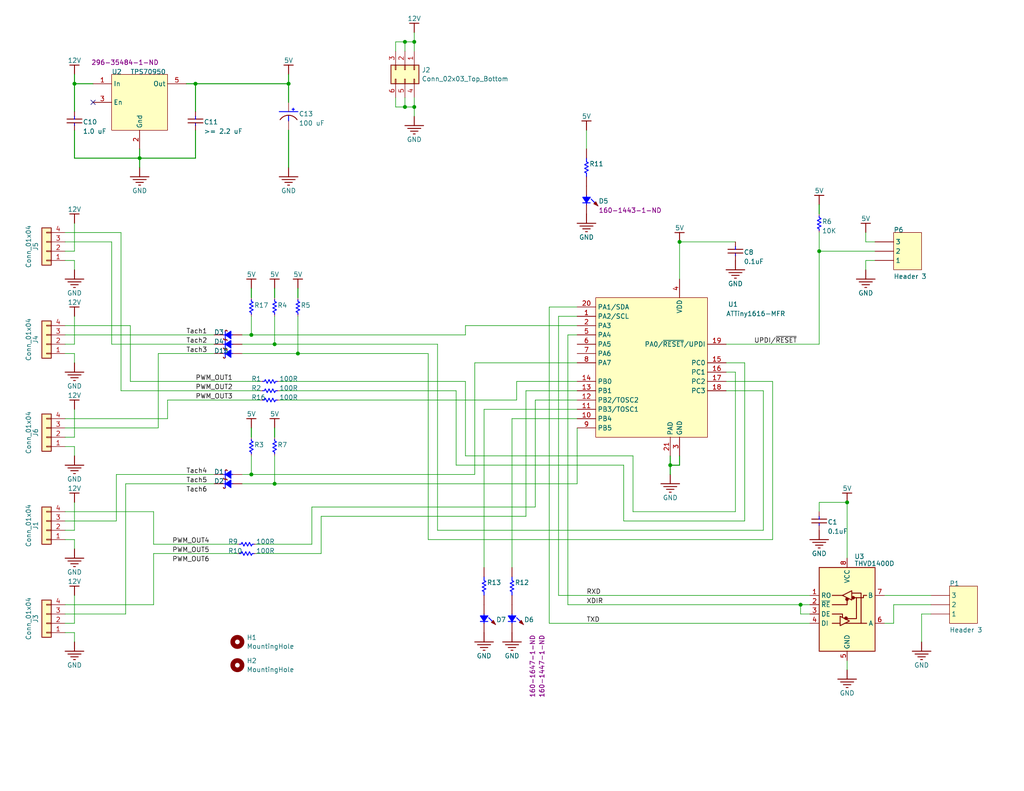
<source format=kicad_sch>
(kicad_sch (version 20230121) (generator eeschema)
  (paper "A")
  (lib_symbols
    (symbol "Connector_Generic:Conn_01x04" (pin_names (offset 1.016) hide)
      (property "Reference" "J" (at 0 5.08 0))
      (property "Value" "Conn_01x04" (at 0 -7.62 0))
      (symbol "Conn_01x04_1_1"
        (rectangle (start -1.27 -4.953) (end 0 -5.207) (stroke (width 0.1524)))
        (rectangle (start -1.27 -2.413) (end 0 -2.667) (stroke (width 0.1524)))
        (rectangle (start -1.27 0.127) (end 0 -0.127) (stroke (width 0.1524)))
        (rectangle (start -1.27 2.667) (end 0 2.413) (stroke (width 0.1524)))
        (rectangle (start -1.27 3.81) (end 1.27 -6.35) (stroke (width 0.254)) (fill (type background)))
        (pin passive line (at -5.08 2.54 0) (length 3.81) (name "Pin_1") (number "1"))
        (pin passive line (at -5.08 0 0) (length 3.81) (name "Pin_2") (number "2"))
        (pin passive line (at -5.08 -2.54 0) (length 3.81) (name "Pin_3") (number "3"))
        (pin passive line (at -5.08 -5.08 0) (length 3.81) (name "Pin_4") (number "4"))
      )
    )
    (symbol "Connector_Generic:Conn_02x03_Top_Bottom" (pin_names (offset 1.016) hide)
      (property "Reference" "J" (at 1.27 5.08 0))
      (property "Value" "Conn_02x03_Top_Bottom" (at 1.27 -5.08 0))
      (symbol "Conn_02x03_Top_Bottom_1_1"
        (rectangle (start -1.27 -2.413) (end 0 -2.667) (stroke (width 0.1524)))
        (rectangle (start -1.27 0.127) (end 0 -0.127) (stroke (width 0.1524)))
        (rectangle (start -1.27 2.667) (end 0 2.413) (stroke (width 0.1524)))
        (rectangle (start -1.27 3.81) (end 3.81 -3.81) (stroke (width 0.254)) (fill (type background)))
        (rectangle (start 3.81 -2.413) (end 2.54 -2.667) (stroke (width 0.1524)))
        (rectangle (start 3.81 0.127) (end 2.54 -0.127) (stroke (width 0.1524)))
        (rectangle (start 3.81 2.667) (end 2.54 2.413) (stroke (width 0.1524)))
        (pin passive line (at -5.08 2.54 0) (length 3.81) (name "Pin_1") (number "1"))
        (pin passive line (at -5.08 0 0) (length 3.81) (name "Pin_2") (number "2"))
        (pin passive line (at -5.08 -2.54 0) (length 3.81) (name "Pin_3") (number "3"))
        (pin passive line (at 7.62 2.54 180) (length 3.81) (name "Pin_4") (number "4"))
        (pin passive line (at 7.62 0 180) (length 3.81) (name "Pin_5") (number "5"))
        (pin passive line (at 7.62 -2.54 180) (length 3.81) (name "Pin_6") (number "6"))
      )
    )
    (symbol "Interface_UART:THVD1400D"
      (property "Reference" "U" (at -6.096 11.43 0))
      (property "Value" "THVD1400D" (at 0.762 11.43 0))
      (symbol "THVD1400D_0_1"
        (rectangle (start -7.62 10.16) (end 7.62 -12.7) (stroke (width 0.254)) (fill (type background)))
        (circle (center -0.3048 -3.683) (radius 0.3556) (stroke (width 0.254)) (fill (type outline)))
        (circle (center -0.0254 1.4986) (radius 0.3556) (stroke (width 0.254)) (fill (type outline)))
        (polyline (pts (xy -4.064 -5.08) (xy -1.905 -5.08)) (stroke (width 0.254)))
        (polyline (pts (xy -4.064 2.54) (xy -1.27 2.54)) (stroke (width 0.254)))
        (polyline (pts (xy -1.27 -3.2004) (xy -1.27 -3.4544)) (stroke (width 0.254)))
        (polyline (pts (xy -0.635 -5.08) (xy 5.334 -5.08)) (stroke (width 0.254)))
        (polyline (pts (xy -4.064 -2.54) (xy -1.27 -2.54) (xy -1.27 -3.175)) (stroke (width 0.254)))
        (polyline (pts (xy 0 1.27) (xy 0 0) (xy -4.064 0)) (stroke (width 0.254)))
        (polyline (pts (xy 1.27 3.175) (xy 3.81 3.175) (xy 3.81 -5.08)) (stroke (width 0.254)))
        (polyline (pts (xy 2.54 1.905) (xy 2.54 -3.81) (xy 0 -3.81)) (stroke (width 0.254)))
        (polyline (pts (xy -1.905 -3.175) (xy -1.905 -5.715) (xy 0.635 -4.445) (xy -1.905 -3.175)) (stroke (width 0.254)))
        (polyline (pts (xy -1.27 2.54) (xy 1.27 3.81) (xy 1.27 1.27) (xy -1.27 2.54)) (stroke (width 0.254)))
        (polyline (pts (xy 1.905 1.905) (xy 4.445 1.905) (xy 4.445 2.54) (xy 5.334 2.54)) (stroke (width 0.254)))
        (rectangle (start 1.27 3.175) (end 1.27 3.175))
        (circle (center 1.651 1.905) (radius 0.3556) (stroke (width 0.254)) (fill (type outline)))
      )
      (symbol "THVD1400D_1_1"
        (pin output line (at -10.16 2.54 0) (length 2.54) (name "RO") (number "1"))
        (pin input line (at -10.16 0 0) (length 2.54) (name "~{RE}") (number "2"))
        (pin input line (at -10.16 -2.54 0) (length 2.54) (name "DE") (number "3"))
        (pin input line (at -10.16 -5.08 0) (length 2.54) (name "DI") (number "4"))
        (pin power_in line (at 0 -15.24 90) (length 2.54) (name "GND") (number "5"))
        (pin bidirectional line (at 10.16 -5.08 180) (length 2.54) (name "A") (number "6"))
        (pin bidirectional line (at 10.16 2.54 180) (length 2.54) (name "B") (number "7"))
        (pin power_in line (at 0 12.7 270) (length 2.54) (name "VCC") (number "8"))
      )
    )
    (symbol "Mechanical:MountingHole" (pin_names (offset 1.016))
      (property "Reference" "H" (at 0 5.08 0))
      (property "Value" "MountingHole" (at 0 3.175 0))
      (symbol "MountingHole_0_1"
        (circle (center 0 0) (radius 1.27) (stroke (width 1.27)))
      )
    )
    (symbol "PWMMapper R4-altium-import:12V" (power)
      (property "Reference" "#PWR" (at 0 0 0))
      (property "Value" "12V" (at 0 3.81 0))
      (symbol "12V_0_0"
        (polyline (pts (xy -1.27 -2.54) (xy 1.27 -2.54)) (stroke (width 0.254)))
        (polyline (pts (xy 0 0) (xy 0 -2.54)) (stroke (width 0.254)))
        (pin power_in line (at 0 0 0) (length 0) hide (name "12V") (number ""))
      )
    )
    (symbol "PWMMapper R4-altium-import:5V" (power)
      (property "Reference" "#PWR" (at 0 0 0))
      (property "Value" "5V" (at 0 3.81 0))
      (symbol "5V_0_0"
        (polyline (pts (xy -1.27 -2.54) (xy 1.27 -2.54)) (stroke (width 0.254)))
        (polyline (pts (xy 0 0) (xy 0 -2.54)) (stroke (width 0.254)))
        (pin power_in line (at 0 0 0) (length 0) hide (name "5V") (number ""))
      )
    )
    (symbol "PWMMapper R4-altium-import:GND" (power)
      (property "Reference" "#PWR" (at 0 0 0))
      (property "Value" "GND" (at 0 6.35 0))
      (symbol "GND_0_0"
        (polyline (pts (xy -2.54 -2.54) (xy 2.54 -2.54)) (stroke (width 0.254)))
        (polyline (pts (xy -1.778 -3.302) (xy 1.778 -3.302)) (stroke (width 0.254)))
        (polyline (pts (xy -1.016 -4.064) (xy 1.016 -4.064)) (stroke (width 0.254)))
        (polyline (pts (xy -0.254 -4.826) (xy 0.254 -4.826)) (stroke (width 0.254)))
        (polyline (pts (xy 0 0) (xy 0 -2.54)) (stroke (width 0.254)))
        (pin power_in line (at 0 0 0) (length 0) hide (name "GND") (number ""))
      )
    )
    (symbol "PWMMapper R4-altium-import:root_0_100 uf SMT Panasonic Cap"
      (symbol "root_0_100 uf SMT Panasonic Cap_1_0"
        (polyline (pts (xy -2.54 1.27) (xy 2.54 1.27)) (stroke (width 0.254) (color 0 0 255 1)))
        (polyline (pts (xy 0 0.254) (xy 0 -1.27)) (stroke (width 0.254) (color 0 0 255 1)))
        (polyline (pts (xy 1.27 2.223) (xy 1.27 1.588)) (stroke (width 0.254) (color 0 0 255 1)))
        (polyline (pts (xy 1.588 1.905) (xy 0.953 1.905)) (stroke (width 0.254) (color 0 0 255 1)))
        (arc (start 2.3092 -0.9231) (mid 0 0.279) (end -2.3092 -0.9231) (stroke (width 0.254)))
        (pin passive line (at 0 3.81 270) (length 2.54) (name "1") (number "1"))
        (pin passive line (at 0 -3.81 90) (length 2.54) (name "2") (number "2"))
      )
    )
    (symbol "PWMMapper R4-altium-import:root_0_Res Semi Small"
      (symbol "root_0_Res Semi Small_1_0"
        (polyline (pts (xy 4.572 0) (xy 4.064 0) (xy 3.81 -0.508) (xy 3.302 0.508) (xy 2.794 -0.508) (xy 2.286 0.508) (xy 1.778 -0.508) (xy 1.27 0.508) (xy 1.016 0) (xy 0.508 0)) (stroke (width 0.254) (color 0 0 255 1)))
        (pin passive line (at 0 0 0) (length 0.508) (name "1") (number "1"))
        (pin passive line (at 5.08 0 180) (length 0.508) (name "2") (number "2"))
      )
    )
    (symbol "PWMMapper R4-altium-import:root_0_TPS709XX"
      (symbol "root_0_TPS709XX_1_0"
        (rectangle (start 7.62 7.62) (end -7.62 -7.62) (fill (type background)))
        (pin power_in line (at -12.7 5.08 0) (length 5.08) (name "In") (number "1"))
        (pin power_in line (at 0 -12.7 90) (length 5.08) (name "Gnd") (number "2"))
        (pin input line (at -12.7 0 0) (length 5.08) (name "En") (number "3"))
        (pin power_in line (at 12.7 5.08 180) (length 5.08) (name "Out") (number "5"))
      )
    )
    (symbol "PWMMapper R4-altium-import:root_0_mirrored_ATTiny1616-MFR"
      (symbol "root_0_mirrored_ATTiny1616-MFR_1_0"
        (rectangle (start -5.08 15.24) (end -35.56 -22.86) (fill (type background)))
        (pin bidirectional line (at -40.64 10.16 0) (length 5.08) (name "PA2/SCL") (number "1"))
        (pin bidirectional line (at -40.64 -17.78 0) (length 5.08) (name "PB4") (number "10"))
        (pin bidirectional line (at -40.64 -15.24 0) (length 5.08) (name "PB3/TOSC1") (number "11"))
        (pin bidirectional line (at -40.64 -12.7 0) (length 5.08) (name "PB2/TOSC2") (number "12"))
        (pin bidirectional line (at -40.64 -10.16 0) (length 5.08) (name "PB1") (number "13"))
        (pin bidirectional line (at -40.64 -7.62 0) (length 5.08) (name "PB0") (number "14"))
        (pin bidirectional line (at 0 -2.54 180) (length 5.08) (name "PC0") (number "15"))
        (pin bidirectional line (at 0 -5.08 180) (length 5.08) (name "PC1") (number "16"))
        (pin bidirectional line (at 0 -7.62 180) (length 5.08) (name "PC2") (number "17"))
        (pin bidirectional line (at 0 -10.16 180) (length 5.08) (name "PC3") (number "18"))
        (pin passive line (at 0 2.54 180) (length 5.08) (name "PA0/~{RESET}/UPDI") (number "19"))
        (pin bidirectional line (at -40.64 7.62 0) (length 5.08) (name "PA3") (number "2"))
        (pin bidirectional line (at -40.64 12.7 0) (length 5.08) (name "PA1/SDA") (number "20"))
        (pin power_in line (at -15.24 -27.94 90) (length 5.08) (name "PAD") (number "21"))
        (pin power_in line (at -12.7 -27.94 90) (length 5.08) (name "GND") (number "3"))
        (pin power_in line (at -12.7 20.32 270) (length 5.08) (name "VDD") (number "4"))
        (pin bidirectional line (at -40.64 5.08 0) (length 5.08) (name "PA4") (number "5"))
        (pin bidirectional line (at -40.64 2.54 0) (length 5.08) (name "PA5") (number "6"))
        (pin bidirectional line (at -40.64 0 0) (length 5.08) (name "PA6") (number "7"))
        (pin bidirectional line (at -40.64 -2.54 0) (length 5.08) (name "PA7") (number "8"))
        (pin bidirectional line (at -40.64 -20.32 0) (length 5.08) (name "PB5") (number "9"))
      )
    )
    (symbol "PWMMapper R4-altium-import:root_1_Cap"
      (symbol "root_1_Cap_1_0"
        (polyline (pts (xy -2.032 3.048) (xy 2.032 3.048)) (stroke (width 0.254)))
        (polyline (pts (xy 0 1.27) (xy 0 2.032)) (stroke (width 0.254) (color 0 0 255 1)))
        (polyline (pts (xy 0 3.81) (xy 0 3.048)) (stroke (width 0.254) (color 0 0 255 1)))
        (polyline (pts (xy 2.032 2.032) (xy -2.032 2.032)) (stroke (width 0.254)))
        (pin passive line (at 0 0 90) (length 1.27) (name "1") (number "1"))
        (pin passive line (at 0 5.08 270) (length 1.27) (name "2") (number "2"))
      )
    )
    (symbol "PWMMapper R4-altium-import:root_1_Res Semi"
      (symbol "root_1_Res Semi_1_0"
        (polyline (pts (xy 2.54 5.08) (xy 2.54 4.064) (xy 3.048 3.81) (xy 2.032 3.302) (xy 3.048 2.794) (xy 2.032 2.286) (xy 3.048 1.778) (xy 2.032 1.27) (xy 2.54 1.016) (xy 2.54 0)) (stroke (width 0.254) (color 0 0 255 1)))
        (pin passive line (at 2.54 -2.54 90) (length 2.54) (name "1") (number "1"))
        (pin passive line (at 2.54 7.62 270) (length 2.54) (name "2") (number "2"))
      )
    )
    (symbol "PWMMapper R4-altium-import:root_1_Res Semi Small"
      (symbol "root_1_Res Semi Small_1_0"
        (polyline (pts (xy 0 4.572) (xy 0 4.064) (xy 0.508 3.81) (xy -0.508 3.302) (xy 0.508 2.794) (xy -0.508 2.286) (xy 0.508 1.778) (xy -0.508 1.27) (xy 0 1.016) (xy 0 0.508)) (stroke (width 0.254) (color 0 0 255 1)))
        (pin passive line (at 0 0 90) (length 0.508) (name "1") (number "1"))
        (pin passive line (at 0 5.08 270) (length 0.508) (name "2") (number "2"))
      )
    )
    (symbol "PWMMapper R4-altium-import:root_2_Schottky Diode"
      (symbol "root_2_Schottky Diode_1_0"
        (arc (start -2.54 -1.016) (mid -2.286 -1.2689) (end -2.032 -1.016) (stroke (width 0.254)))
        (arc (start -1.524 1.016) (mid -1.778 1.2689) (end -2.032 1.016) (stroke (width 0.254)))
        (polyline (pts (xy -2.032 -1.016) (xy -2.032 1.016)) (stroke (width 0.254) (color 0 0 255 1)))
        (polyline (pts (xy -2.032 0) (xy -2.54 0)) (stroke (width 0.254) (color 0 0 255 1)))
        (polyline (pts (xy -0.508 0) (xy 0 0)) (stroke (width 0.254) (color 0 0 255 1)))
        (polyline (pts (xy -2.032 0) (xy -0.508 -1.016) (xy -0.508 1.016) (xy -2.032 0)) (stroke (width 0.254) (color 0 0 255 1)))
        (polyline (pts (xy -0.508 -1.016) (xy -1.778 0) (xy -0.508 0.762) (xy -0.762 -0.762) (xy -1.524 0) (xy -0.762 0.508) (xy -0.762 -0.508) (xy -1.27 0) (xy -0.762 0.254) (xy -1.016 -0.254)) (stroke (width 0.254) (color 0 0 255 1)))
        (pin passive line (at -5.08 0 0) (length 2.54) (name "1") (number "1"))
        (pin passive line (at 2.54 0 180) (length 2.54) (name "2") (number "2"))
      )
    )
    (symbol "PWMMapper R4-altium-import:root_2_mirrored_Header 3"
      (symbol "root_2_mirrored_Header 3_1_0"
        (rectangle (start 7.62 10.16) (end 0 0) (fill (type background)))
        (pin passive line (at -5.08 2.54 0) (length 5.08) (name "1") (number "1"))
        (pin passive line (at -5.08 5.08 0) (length 5.08) (name "2") (number "2"))
        (pin passive line (at -5.08 7.62 0) (length 5.08) (name "3") (number "3"))
      )
    )
    (symbol "PWMMapper R4-altium-import:root_3_LED0"
      (symbol "root_3_LED0_1_0"
        (polyline (pts (xy -2.54 -4.572) (xy -2.54 -5.08)) (stroke (width 0.254) (color 0 0 255 1)))
        (polyline (pts (xy -2.54 -3.048) (xy -2.54 -2.54)) (stroke (width 0.254) (color 0 0 255 1)))
        (polyline (pts (xy -1.524 -4.572) (xy -3.556 -4.572)) (stroke (width 0.254) (color 0 0 255 1)))
        (polyline (pts (xy -1.27 -3.556) (xy 0.508 -5.334)) (stroke (width 0.254) (color 0 0 255 1)))
        (polyline (pts (xy -2.54 -4.572) (xy -1.524 -3.048) (xy -3.556 -3.048) (xy -2.54 -4.572)) (stroke (width 0.254) (color 0 0 255 1)))
        (polyline (pts (xy 0.508 -5.334) (xy 0 -4.318) (xy -0.508 -4.826) (xy 0.508 -5.334)) (stroke (width 0.254)) (fill (type outline)))
        (polyline (pts (xy -1.524 -3.048) (xy -2.54 -4.318) (xy -3.302 -3.048) (xy -1.778 -3.302) (xy -2.54 -4.064) (xy -3.048 -3.302) (xy -2.032 -3.302) (xy -2.54 -3.81) (xy -2.794 -3.302) (xy -2.286 -3.556)) (stroke (width 0.254) (color 0 0 255 1)))
        (pin passive line (at -2.54 0 270) (length 2.54) (name "1") (number "1"))
        (pin passive line (at -2.54 -7.62 90) (length 2.54) (name "2") (number "2"))
      )
    )
  )
  (junction (at 223.52 68.58))
  (junction (at 68.58 91.44))
  (junction (at 81.28 96.52))
  (junction (at 74.93 93.98))
  (junction (at 68.58 129.54))
  (junction (at 53.34 22.86))
  (junction (at 231.14 137.16))
  (junction (at 110.49 29.21))
  (junction (at 113.03 11.43))
  (junction (at 182.88 127))
  (junction (at 74.93 132.08))
  (junction (at 110.49 11.43))
  (junction (at 185.42 66.04))
  (junction (at 113.03 29.21))
  (junction (at 38.1 43.18))
  (junction (at 218.44 165.1))
  (junction (at 20.32 22.86))
  (junction (at 78.74 22.86))
  (no_connect (at 25.4 27.94))
  (wire (pts (xy 172.72 124.46) (xy 127 124.46)))
  (wire (pts (xy 87.63 151.13) (xy 69.85 151.13)))
  (wire (pts (xy 210.82 147.32) (xy 116.84 147.32)))
  (wire (pts (xy 20.32 99.06) (xy 20.32 96.52)))
  (wire (pts (xy 149.86 83.82) (xy 149.86 170.18)))
  (wire (pts (xy 33.02 63.5) (xy 33.02 106.68)))
  (wire (pts (xy 127 91.44) (xy 127 88.9)))
  (wire (pts (xy 53.34 35.56) (xy 53.34 43.18)) (stroke (width 0.254)))
  (wire (pts (xy 20.32 68.58) (xy 17.78 68.58)))
  (wire (pts (xy 20.32 124.46) (xy 20.32 121.92)))
  (wire (pts (xy 182.88 129.54) (xy 182.88 127)) (stroke (width 0.254)))
  (wire (pts (xy 41.91 165.1) (xy 17.78 165.1)))
  (wire (pts (xy 243.84 165.1) (xy 254 165.1)))
  (wire (pts (xy 124.46 127) (xy 170.18 127)))
  (wire (pts (xy 74.93 119.38) (xy 74.93 116.84)) (stroke (width 0.254)))
  (wire (pts (xy 210.82 104.14) (xy 210.82 147.32)))
  (wire (pts (xy 68.58 81.28) (xy 68.58 78.74)) (stroke (width 0.254)))
  (wire (pts (xy 203.2 142.24) (xy 203.2 99.06)))
  (wire (pts (xy 41.91 139.7) (xy 17.78 139.7)))
  (wire (pts (xy 66.04 91.44) (xy 68.58 91.44)))
  (wire (pts (xy 30.48 66.04) (xy 17.78 66.04)))
  (wire (pts (xy 208.28 106.68) (xy 198.12 106.68)))
  (wire (pts (xy 78.74 45.72) (xy 78.74 35.56)) (stroke (width 0.254)))
  (wire (pts (xy 113.03 29.21) (xy 110.49 29.21)))
  (wire (pts (xy 58.42 129.54) (xy 31.75 129.54)))
  (wire (pts (xy 124.46 127) (xy 124.46 106.68)))
  (wire (pts (xy 45.72 109.22) (xy 71.12 109.22)))
  (wire (pts (xy 66.04 93.98) (xy 74.93 93.98)))
  (wire (pts (xy 85.09 148.59) (xy 69.85 148.59)))
  (wire (pts (xy 68.58 129.54) (xy 129.54 129.54)))
  (wire (pts (xy 35.56 104.14) (xy 35.56 88.9)))
  (wire (pts (xy 170.18 127) (xy 170.18 142.24)))
  (wire (pts (xy 223.52 68.58) (xy 223.52 93.98)))
  (wire (pts (xy 20.32 144.78) (xy 17.78 144.78)))
  (wire (pts (xy 53.34 22.86) (xy 78.74 22.86)) (stroke (width 0.254)))
  (wire (pts (xy 20.32 22.86) (xy 25.4 22.86)) (stroke (width 0.254)))
  (wire (pts (xy 38.1 43.18) (xy 38.1 40.64)) (stroke (width 0.254)))
  (wire (pts (xy 76.2 109.22) (xy 140.97 109.22)))
  (wire (pts (xy 20.32 60.96) (xy 20.32 68.58)))
  (wire (pts (xy 182.88 127) (xy 185.42 127)) (stroke (width 0.254)))
  (wire (pts (xy 132.08 111.76) (xy 132.08 154.94)))
  (wire (pts (xy 218.44 165.1) (xy 218.44 167.64)))
  (wire (pts (xy 231.14 180.34) (xy 231.14 182.88)))
  (wire (pts (xy 139.7 154.94) (xy 139.7 114.3)))
  (wire (pts (xy 17.78 116.84) (xy 43.18 116.84)))
  (wire (pts (xy 223.52 137.16) (xy 223.52 139.7)))
  (wire (pts (xy 185.42 127) (xy 185.42 124.46)) (stroke (width 0.254)))
  (wire (pts (xy 20.32 121.92) (xy 17.78 121.92)))
  (wire (pts (xy 113.03 8.89) (xy 113.03 11.43)))
  (wire (pts (xy 20.32 137.16) (xy 20.32 144.78)))
  (wire (pts (xy 20.32 71.12) (xy 17.78 71.12)))
  (wire (pts (xy 30.48 66.04) (xy 30.48 93.98)))
  (wire (pts (xy 58.42 132.08) (xy 34.29 132.08)))
  (wire (pts (xy 113.03 13.97) (xy 113.03 11.43)))
  (wire (pts (xy 157.48 132.08) (xy 157.48 116.84)))
  (wire (pts (xy 41.91 148.59) (xy 41.91 139.7)))
  (wire (pts (xy 119.38 144.78) (xy 208.28 144.78)))
  (wire (pts (xy 154.94 91.44) (xy 154.94 165.1)))
  (wire (pts (xy 20.32 147.32) (xy 17.78 147.32)))
  (wire (pts (xy 172.72 139.7) (xy 172.72 124.46)))
  (wire (pts (xy 20.32 162.56) (xy 20.32 170.18)))
  (wire (pts (xy 140.97 104.14) (xy 140.97 109.22)))
  (wire (pts (xy 76.2 104.14) (xy 127 104.14)))
  (wire (pts (xy 78.74 20.32) (xy 78.74 22.86)) (stroke (width 0.254)))
  (wire (pts (xy 68.58 119.38) (xy 68.58 116.84)) (stroke (width 0.254)))
  (wire (pts (xy 110.49 29.21) (xy 110.49 26.67)))
  (wire (pts (xy 254 167.64) (xy 251.46 167.64)))
  (wire (pts (xy 20.32 149.86) (xy 20.32 147.32)))
  (wire (pts (xy 152.4 86.36) (xy 152.4 162.56)))
  (wire (pts (xy 241.3 170.18) (xy 243.84 170.18)))
  (wire (pts (xy 236.22 73.66) (xy 236.22 71.12)))
  (wire (pts (xy 34.29 167.64) (xy 17.78 167.64)))
  (wire (pts (xy 149.86 170.18) (xy 220.98 170.18)))
  (wire (pts (xy 223.52 55.88) (xy 223.52 58.42)) (stroke (width 0.254)))
  (wire (pts (xy 53.34 22.86) (xy 53.34 30.48)) (stroke (width 0.254)))
  (wire (pts (xy 87.63 140.97) (xy 87.63 151.13)))
  (wire (pts (xy 17.78 114.3) (xy 45.72 114.3)))
  (wire (pts (xy 81.28 96.52) (xy 116.84 96.52)))
  (wire (pts (xy 157.48 86.36) (xy 152.4 86.36)))
  (wire (pts (xy 160.02 35.56) (xy 160.02 40.64)))
  (wire (pts (xy 119.38 93.98) (xy 74.93 93.98)))
  (wire (pts (xy 17.78 88.9) (xy 35.56 88.9)))
  (wire (pts (xy 41.91 151.13) (xy 41.91 165.1)))
  (wire (pts (xy 127 88.9) (xy 157.48 88.9)))
  (wire (pts (xy 33.02 106.68) (xy 71.12 106.68)))
  (wire (pts (xy 149.86 83.82) (xy 157.48 83.82)))
  (wire (pts (xy 66.04 132.08) (xy 74.93 132.08)))
  (wire (pts (xy 74.93 132.08) (xy 157.48 132.08)))
  (wire (pts (xy 236.22 66.04) (xy 238.76 66.04)))
  (wire (pts (xy 64.77 151.13) (xy 41.91 151.13)))
  (wire (pts (xy 53.34 43.18) (xy 38.1 43.18)) (stroke (width 0.254)))
  (wire (pts (xy 129.54 99.06) (xy 157.48 99.06)))
  (wire (pts (xy 20.32 35.56) (xy 20.32 43.18)) (stroke (width 0.254)))
  (wire (pts (xy 236.22 71.12) (xy 238.76 71.12)))
  (wire (pts (xy 20.32 73.66) (xy 20.32 71.12)))
  (wire (pts (xy 231.14 137.16) (xy 223.52 137.16)))
  (wire (pts (xy 17.78 91.44) (xy 58.42 91.44)))
  (wire (pts (xy 152.4 162.56) (xy 220.98 162.56)))
  (wire (pts (xy 76.2 106.68) (xy 124.46 106.68)))
  (wire (pts (xy 66.04 96.52) (xy 81.28 96.52)))
  (wire (pts (xy 68.58 91.44) (xy 68.58 86.36)))
  (wire (pts (xy 140.97 104.14) (xy 157.48 104.14)))
  (wire (pts (xy 53.34 22.86) (xy 50.8 22.86)) (stroke (width 0.254)))
  (wire (pts (xy 200.66 139.7) (xy 172.72 139.7)))
  (wire (pts (xy 146.05 109.22) (xy 157.48 109.22)))
  (wire (pts (xy 182.88 124.46) (xy 182.88 127)) (stroke (width 0.254)))
  (wire (pts (xy 113.03 29.21) (xy 113.03 31.75)))
  (wire (pts (xy 30.48 93.98) (xy 58.42 93.98)))
  (wire (pts (xy 236.22 63.5) (xy 236.22 66.04)))
  (wire (pts (xy 20.32 111.76) (xy 20.32 119.38)))
  (wire (pts (xy 107.95 26.67) (xy 107.95 29.21)))
  (wire (pts (xy 185.42 66.04) (xy 200.66 66.04)))
  (wire (pts (xy 38.1 43.18) (xy 38.1 45.72)) (stroke (width 0.254)))
  (wire (pts (xy 243.84 170.18) (xy 243.84 165.1)))
  (wire (pts (xy 20.32 22.86) (xy 20.32 30.48)) (stroke (width 0.254)))
  (wire (pts (xy 20.32 20.32) (xy 20.32 22.86)) (stroke (width 0.254)))
  (wire (pts (xy 31.75 129.54) (xy 31.75 142.24)))
  (wire (pts (xy 107.95 11.43) (xy 110.49 11.43)))
  (wire (pts (xy 113.03 26.67) (xy 113.03 29.21)))
  (wire (pts (xy 17.78 63.5) (xy 33.02 63.5)))
  (wire (pts (xy 218.44 167.64) (xy 220.98 167.64)))
  (wire (pts (xy 20.32 86.36) (xy 20.32 93.98)))
  (wire (pts (xy 74.93 132.08) (xy 74.93 124.46)))
  (wire (pts (xy 154.94 91.44) (xy 157.48 91.44)))
  (wire (pts (xy 185.42 76.2) (xy 185.42 66.04)))
  (wire (pts (xy 170.18 142.24) (xy 203.2 142.24)))
  (wire (pts (xy 203.2 99.06) (xy 198.12 99.06)))
  (wire (pts (xy 110.49 11.43) (xy 110.49 13.97)))
  (wire (pts (xy 127 124.46) (xy 127 104.14)))
  (wire (pts (xy 231.14 152.4) (xy 231.14 137.16)))
  (wire (pts (xy 31.75 142.24) (xy 17.78 142.24)))
  (wire (pts (xy 157.48 111.76) (xy 132.08 111.76)))
  (wire (pts (xy 223.52 93.98) (xy 198.12 93.98)))
  (wire (pts (xy 143.51 106.68) (xy 157.48 106.68)))
  (wire (pts (xy 85.09 138.43) (xy 146.05 138.43)))
  (wire (pts (xy 87.63 140.97) (xy 143.51 140.97)))
  (wire (pts (xy 20.32 170.18) (xy 17.78 170.18)))
  (wire (pts (xy 81.28 96.52) (xy 81.28 86.36)))
  (wire (pts (xy 74.93 93.98) (xy 74.93 86.36)))
  (wire (pts (xy 43.18 96.52) (xy 58.42 96.52)))
  (wire (pts (xy 198.12 104.14) (xy 210.82 104.14)))
  (wire (pts (xy 208.28 144.78) (xy 208.28 106.68)))
  (wire (pts (xy 35.56 104.14) (xy 71.12 104.14)))
  (wire (pts (xy 68.58 129.54) (xy 68.58 124.46)))
  (wire (pts (xy 68.58 91.44) (xy 127 91.44)))
  (wire (pts (xy 223.52 63.5) (xy 223.52 68.58)))
  (wire (pts (xy 20.32 172.72) (xy 17.78 172.72)))
  (wire (pts (xy 20.32 43.18) (xy 38.1 43.18)) (stroke (width 0.254)))
  (wire (pts (xy 64.77 148.59) (xy 41.91 148.59)))
  (wire (pts (xy 107.95 13.97) (xy 107.95 11.43)))
  (wire (pts (xy 74.93 81.28) (xy 74.93 78.74)) (stroke (width 0.254)))
  (wire (pts (xy 45.72 114.3) (xy 45.72 109.22)))
  (wire (pts (xy 85.09 138.43) (xy 85.09 148.59)))
  (wire (pts (xy 43.18 116.84) (xy 43.18 96.52)))
  (wire (pts (xy 220.98 165.1) (xy 218.44 165.1)))
  (wire (pts (xy 198.12 101.6) (xy 200.66 101.6)))
  (wire (pts (xy 66.04 129.54) (xy 68.58 129.54)))
  (wire (pts (xy 20.32 93.98) (xy 17.78 93.98)))
  (wire (pts (xy 20.32 96.52) (xy 17.78 96.52)))
  (wire (pts (xy 154.94 165.1) (xy 218.44 165.1)))
  (wire (pts (xy 34.29 132.08) (xy 34.29 167.64)))
  (wire (pts (xy 81.28 81.28) (xy 81.28 78.74)) (stroke (width 0.254)))
  (wire (pts (xy 20.32 175.26) (xy 20.32 172.72)))
  (wire (pts (xy 223.52 68.58) (xy 238.76 68.58)))
  (wire (pts (xy 119.38 144.78) (xy 119.38 93.98)))
  (wire (pts (xy 200.66 101.6) (xy 200.66 139.7)))
  (wire (pts (xy 251.46 167.64) (xy 251.46 175.26)))
  (wire (pts (xy 139.7 114.3) (xy 157.48 114.3)))
  (wire (pts (xy 78.74 27.94) (xy 78.74 22.86)) (stroke (width 0.254)))
  (wire (pts (xy 116.84 96.52) (xy 116.84 147.32)))
  (wire (pts (xy 241.3 162.56) (xy 254 162.56)))
  (wire (pts (xy 146.05 109.22) (xy 146.05 138.43)))
  (wire (pts (xy 129.54 129.54) (xy 129.54 99.06)))
  (wire (pts (xy 107.95 29.21) (xy 110.49 29.21)))
  (wire (pts (xy 143.51 106.68) (xy 143.51 140.97)))
  (wire (pts (xy 20.32 119.38) (xy 17.78 119.38)))
  (wire (pts (xy 113.03 11.43) (xy 110.49 11.43)))
  (label "PWM_OUT4" (at 46.99 148.59 0))
  (label "Tach4" (at 50.8 129.54 0))
  (label "Tach1" (at 50.8 91.44 0))
  (label "Tach3" (at 50.8 96.52 0))
  (label "Tach6" (at 50.8 134.62 0))
  (label "XDIR" (at 160.02 165.1 0))
  (label "PWM_OUT5" (at 46.99 151.13 0))
  (label "UPDI/~{RESET}" (at 205.74 93.98 0))
  (label "Tach5" (at 50.8 132.08 0))
  (label "Tach2" (at 50.8 93.98 0))
  (label "TXD" (at 160.02 170.18 0))
  (label "PWM_OUT2" (at 53.34 106.68 0))
  (label "PWM_OUT6" (at 46.99 153.67 0))
  (label "RXD" (at 160.02 162.56 0))
  (label "PWM_OUT1" (at 53.34 104.14 0))
  (label "PWM_OUT3" (at 53.34 109.22 0))
  (symbol (lib_id "PWMMapper R4-altium-import:root_2_Schottky Diode") (at 63.5 129.54 0) (unit 1)
    (property "Reference" "D1" (at 58.42 129.54 0) (effects (justify left bottom)))
    (property "Value" "Schottky Diode" (effects hide))
    (property "Footprint" "Diode_SMD:D_SOD-323" (effects hide))
    (property "LCSC" "C191023" (effects hide))
  )
  (symbol (lib_id "PWMMapper R4-altium-import:GND") (at 139.7 172.72 0) (unit 1)
    (property "Reference" "#PWR0118" (effects hide))
    (property "Value" "GND" (at 139.7 179.07 0))
  )
  (symbol (lib_id "PWMMapper R4-altium-import:12V") (at 20.32 60.96 180) (unit 1)
    (property "Reference" "#PWR05" (effects hide))
    (property "Value" "12V" (at 20.32 57.15 0))
  )
  (symbol (lib_id "PWMMapper R4-altium-import:root_0_TPS709XX") (at 38.1 27.94 0) (unit 1)
    (property "Reference" "U2" (at 30.48 20.32 0) (effects (justify left bottom)))
    (property "Value" "TPS70950" (at 35.56 20.32 0) (effects (justify left bottom)))
    (property "Footprint" "Package_TO_SOT_SMD:SOT-23-5" (effects hide))
    (property "DKPN" "296-35483-1-ND (3.3V Version)" (effects hide))
    (property "SUPPLIER 1" "Digi-Key" (effects hide))
    (property "SUPPLIER PART NUMBER 1" "296-35484-1-ND" (at 24.892 17.78 0) (effects (justify left bottom)))
  )
  (symbol (lib_id "PWMMapper R4-altium-import:GND") (at 20.32 149.86 0) (unit 1)
    (property "Reference" "#PWR017" (effects hide))
    (property "Value" "GND" (at 20.32 156.21 0))
  )
  (symbol (lib_id "PWMMapper R4-altium-import:root_1_Res Semi Small") (at 68.58 124.46 0) (unit 1)
    (property "Reference" "R3" (at 69.342 122.174 0) (effects (justify left bottom)))
    (property "Value" "10K" (at 69.85 124.46 0) (effects (justify left bottom)))
    (property "Footprint" "Resistor_SMD:R_0603_1608Metric" (effects hide))
    (property "Value" "10K" (effects hide))
    (property "LCSC" "C25804" (effects hide))
  )
  (symbol (lib_id "PWMMapper R4-altium-import:5V") (at 160.02 35.56 180) (unit 1)
    (property "Reference" "#PWR0116" (effects hide))
    (property "Value" "5V" (at 160.02 31.75 0))
  )
  (symbol (lib_id "PWMMapper R4-altium-import:5V") (at 81.28 78.74 180) (unit 1)
    (property "Reference" "#PWR0101" (effects hide))
    (property "Value" "5V" (at 81.28 74.93 0))
  )
  (symbol (lib_id "PWMMapper R4-altium-import:GND") (at 20.32 73.66 0) (unit 1)
    (property "Reference" "#PWR06" (effects hide))
    (property "Value" "GND" (at 20.32 80.01 0))
  )
  (symbol (lib_id "PWMMapper R4-altium-import:root_1_Res Semi") (at 137.16 162.56 0) (unit 1)
    (property "Reference" "R12" (at 140.462 159.766 0) (effects (justify left bottom)))
    (property "Value" "330R" (at 140.97 162.56 0) (effects (justify left bottom)))
    (property "Footprint" "Resistor_SMD:R_0603_1608Metric" (effects hide))
    (property "Value" "330R" (effects hide))
    (property "SUPPLIER 1" "Digi-Key" (effects hide))
    (property "SUPPLIER PART NUMBER 1" "1276-5052-1-ND" (effects hide))
    (property "LCSC" "C23138" (effects hide))
  )
  (symbol (lib_id "PWMMapper R4-altium-import:GND") (at 20.32 99.06 0) (unit 1)
    (property "Reference" "#PWR01" (effects hide))
    (property "Value" "GND" (at 20.32 105.41 0))
  )
  (symbol (lib_id "PWMMapper R4-altium-import:root_1_Cap") (at 53.34 35.56 0) (unit 1)
    (property "Reference" "C11" (at 55.626 34.036 0) (effects (justify left bottom)))
    (property "Value" ">= 2.2 uF" (at 55.626 36.576 0) (effects (justify left bottom)))
    (property "Footprint" "Capacitor_SMD:C_1206_3216Metric" (effects hide))
    (property "LCSC" "C50254" (effects hide))
  )
  (symbol (lib_id "PWMMapper R4-altium-import:root_1_Cap") (at 223.52 144.78 0) (unit 1)
    (property "Reference" "C1" (at 225.806 143.256 0) (effects (justify left bottom)))
    (property "Value" "0.1uF" (at 225.806 145.796 0) (effects (justify left bottom)))
    (property "Footprint" "Capacitor_SMD:C_0603_1608Metric" (effects hide))
    (property "SUPPLIER PART NUMBER 1" "445-1316-1-ND" (effects hide))
    (property "SUPPLIER 1" "Digi-Key" (effects hide))
    (property "COST" "derp" (effects hide))
    (property "LCSC" "C1623" (effects hide))
  )
  (symbol (lib_id "PWMMapper R4-altium-import:GND") (at 132.08 172.72 0) (unit 1)
    (property "Reference" "#PWR0119" (effects hide))
    (property "Value" "GND" (at 132.08 179.07 0))
  )
  (symbol (lib_id "PWMMapper R4-altium-import:12V") (at 20.32 137.16 180) (unit 1)
    (property "Reference" "#PWR016" (effects hide))
    (property "Value" "12V" (at 20.32 133.35 0))
  )
  (symbol (lib_id "PWMMapper R4-altium-import:root_2_mirrored_Header 3") (at 259.08 170.18 0) (unit 1)
    (property "Reference" "P1" (at 259.08 160.02 0) (effects (justify left bottom)))
    (property "Value" "Header 3" (at 259.08 172.72 0) (effects (justify left bottom)))
    (property "Footprint" "Connector_JST:JST_XH_B3B-XH-AM_1x03_P2.50mm_Vertical" (effects hide))
  )
  (symbol (lib_id "PWMMapper R4-altium-import:root_2_Schottky Diode") (at 63.5 96.52 0) (unit 1)
    (property "Reference" "D15" (at 58.42 96.52 0) (effects (justify left bottom)))
    (property "Value" "Schottky Diode" (effects hide))
    (property "Footprint" "Diode_SMD:D_SOD-323" (effects hide))
    (property "LCSC" "C191023" (effects hide))
  )
  (symbol (lib_id "PWMMapper R4-altium-import:root_0_Res Semi Small") (at 64.77 151.13 0) (unit 1)
    (property "Reference" "R10" (at 62.23 151.13 0) (effects (justify left bottom)))
    (property "Value" "100R" (at 69.85 151.13 0) (effects (justify left bottom)))
    (property "Footprint" "Resistor_SMD:R_0603_1608Metric" (effects hide))
    (property "LCSC" "C22775" (effects hide))
  )
  (symbol (lib_id "PWMMapper R4-altium-import:12V") (at 113.03 8.89 180) (unit 1)
    (property "Reference" "#PWR02" (effects hide))
    (property "Value" "12V" (at 113.03 5.08 0))
  )
  (symbol (lib_id "Interface_UART:THVD1400D") (at 231.14 165.1 0) (unit 1)
    (property "Reference" "U3" (at 233.0959 151.9301 0) (effects (justify left)))
    (property "Value" "THVD1400D" (at 233.0959 153.8511 0) (effects (justify left)))
    (property "Footprint" "Package_SO:SOIC-8_3.9x4.9mm_P1.27mm" (effects hide))
    (property "Datasheet" "https://www.ti.com/lit/ds/symlink/thvd1420.pdf" (effects hide))
    (property "LCSC" "C3235232" (effects hide))
  )
  (symbol (lib_id "PWMMapper R4-altium-import:root_3_LED0") (at 162.56 50.8 0) (unit 1)
    (property "Reference" "D5" (at 163.322 55.626 0) (effects (justify left bottom)))
    (property "Value" "LED0" (effects hide))
    (property "Footprint" "Diode_SMD:D_0603_1608Metric" (effects hide))
    (property "SUPPLIER 1" "Digi-Key" (effects hide))
    (property "SUPPLIER PART NUMBER 1" "160-1443-1-ND" (at 163.322 58.166 0) (effects (justify left bottom)))
    (property "LCSC" "C2286" (effects hide))
  )
  (symbol (lib_id "PWMMapper R4-altium-import:12V") (at 20.32 162.56 180) (unit 1)
    (property "Reference" "#PWR018" (effects hide))
    (property "Value" "12V" (at 20.32 158.75 0))
  )
  (symbol (lib_id "PWMMapper R4-altium-import:root_3_LED0") (at 134.62 165.1 0) (unit 1)
    (property "Reference" "D7" (at 135.382 169.926 0) (effects (justify left bottom)))
    (property "Value" "LED0" (effects hide))
    (property "Footprint" "Diode_SMD:D_0603_1608Metric" (effects hide))
    (property "SUPPLIER 1" "Digi-Key" (effects hide))
    (property "SUPPLIER PART NUMBER 1" "160-1647-1-ND" (at 146.05 190.5 90) (effects (justify left bottom)))
    (property "LCSC" "C2286" (effects hide))
  )
  (symbol (lib_id "Connector_Generic:Conn_01x04") (at 12.7 170.18 180) (unit 1)
    (property "Reference" "J3" (at 9.7075 168.91 90))
    (property "Value" "Conn_01x04" (at 7.7865 168.91 90))
    (property "Footprint" "TerminalBlock_TE-Connectivity:TerminalBlock_TE_282834-4_1x04_P2.54mm_Horizontal" (effects hide))
  )
  (symbol (lib_id "PWMMapper R4-altium-import:5V") (at 223.52 55.88 180) (unit 1)
    (property "Reference" "#PWR0110" (effects hide))
    (property "Value" "5V" (at 223.52 52.07 0))
  )
  (symbol (lib_id "PWMMapper R4-altium-import:5V") (at 78.74 20.32 180) (unit 1)
    (property "Reference" "#PWR0105" (effects hide))
    (property "Value" "5V" (at 78.74 16.51 0))
  )
  (symbol (lib_id "PWMMapper R4-altium-import:5V") (at 68.58 116.84 180) (unit 1)
    (property "Reference" "#PWR022" (effects hide))
    (property "Value" "5V" (at 68.58 113.03 0))
  )
  (symbol (lib_id "PWMMapper R4-altium-import:root_1_Res Semi") (at 157.48 48.26 0) (unit 1)
    (property "Reference" "R11" (at 160.782 45.466 0) (effects (justify left bottom)))
    (property "Value" "330R" (at 159.258 40.132 0) (effects (justify left bottom)))
    (property "Footprint" "Resistor_SMD:R_0603_1608Metric" (effects hide))
    (property "Value" "330R" (effects hide))
    (property "SUPPLIER 1" "Digi-Key" (effects hide))
    (property "SUPPLIER PART NUMBER 1" "1276-5052-1-ND" (effects hide))
    (property "LCSC" "C23138" (effects hide))
  )
  (symbol (lib_id "PWMMapper R4-altium-import:root_3_LED0") (at 142.24 165.1 0) (unit 1)
    (property "Reference" "D6" (at 143.002 169.926 0) (effects (justify left bottom)))
    (property "Value" "LED0" (effects hide))
    (property "Footprint" "Diode_SMD:D_0603_1608Metric" (effects hide))
    (property "SUPPLIER 1" "Digi-Key" (effects hide))
    (property "SUPPLIER PART NUMBER 1" "160-1447-1-ND" (at 148.59 190.5 90) (effects (justify left bottom)))
    (property "LCSC" "C2286" (effects hide))
  )
  (symbol (lib_id "PWMMapper R4-altium-import:root_0_mirrored_ATTiny1616-MFR") (at 198.12 96.52 0) (unit 1)
    (property "Reference" "U1" (at 198.628 83.82 0) (effects (justify left bottom)))
    (property "Value" "ATTiny1616-MFR" (at 198.12 86.36 0) (effects (justify left bottom)))
    (property "Footprint" "Package_DFN_QFN:QFN-20-1EP_3x3mm_P0.4mm_EP1.65x1.65mm" (effects hide))
    (property "LCSC" "C152217" (effects hide))
  )
  (symbol (lib_id "PWMMapper R4-altium-import:12V") (at 20.32 86.36 180) (unit 1)
    (property "Reference" "#PWR04" (effects hide))
    (property "Value" "12V" (at 20.32 82.55 0))
  )
  (symbol (lib_id "PWMMapper R4-altium-import:GND") (at 182.88 129.54 0) (unit 1)
    (property "Reference" "#PWR0115" (effects hide))
    (property "Value" "GND" (at 182.88 135.89 0))
  )
  (symbol (lib_id "PWMMapper R4-altium-import:GND") (at 231.14 182.88 0) (unit 1)
    (property "Reference" "#PWR012" (effects hide))
    (property "Value" "GND" (at 231.14 189.23 0))
  )
  (symbol (lib_id "Mechanical:MountingHole") (at 64.77 181.61 0) (unit 1)
    (property "Reference" "H2" (at 67.31 180.3979 0) (effects (justify left)))
    (property "Value" "MountingHole" (at 67.31 182.8221 0) (effects (justify left)))
    (property "Footprint" "MountingHole:MountingHole_3.2mm_M3_Pad_Via" (effects hide))
  )
  (symbol (lib_id "PWMMapper R4-altium-import:5V") (at 231.14 137.16 180) (unit 1)
    (property "Reference" "#PWR014" (effects hide))
    (property "Value" "5V" (at 231.14 133.35 0))
  )
  (symbol (lib_id "PWMMapper R4-altium-import:root_1_Res Semi") (at 129.54 162.56 0) (unit 1)
    (property "Reference" "R13" (at 132.842 159.766 0) (effects (justify left bottom)))
    (property "Value" "330R" (at 133.35 162.56 0) (effects (justify left bottom)))
    (property "Footprint" "Resistor_SMD:R_0603_1608Metric" (effects hide))
    (property "Value" "330R" (effects hide))
    (property "SUPPLIER 1" "Digi-Key" (effects hide))
    (property "SUPPLIER PART NUMBER 1" "1276-5052-1-ND" (effects hide))
    (property "LCSC" "C23138" (effects hide))
  )
  (symbol (lib_id "PWMMapper R4-altium-import:GND") (at 160.02 58.42 0) (unit 1)
    (property "Reference" "#PWR0117" (effects hide))
    (property "Value" "GND" (at 160.02 64.77 0))
  )
  (symbol (lib_id "PWMMapper R4-altium-import:GND") (at 223.52 144.78 0) (unit 1)
    (property "Reference" "#PWR013" (effects hide))
    (property "Value" "GND" (at 223.52 151.13 0))
  )
  (symbol (lib_id "PWMMapper R4-altium-import:root_0_Res Semi Small") (at 71.12 106.68 0) (unit 1)
    (property "Reference" "R2" (at 68.58 106.68 0) (effects (justify left bottom)))
    (property "Value" "100R" (at 76.2 106.68 0) (effects (justify left bottom)))
    (property "Footprint" "Resistor_SMD:R_0603_1608Metric" (effects hide))
    (property "LCSC" "C22775" (effects hide))
  )
  (symbol (lib_id "PWMMapper R4-altium-import:GND") (at 78.74 45.72 0) (unit 1)
    (property "Reference" "#PWR0107" (effects hide))
    (property "Value" "GND" (at 78.74 52.07 0))
  )
  (symbol (lib_id "PWMMapper R4-altium-import:5V") (at 74.93 78.74 180) (unit 1)
    (property "Reference" "#PWR0102" (effects hide))
    (property "Value" "5V" (at 74.93 74.93 0))
  )
  (symbol (lib_id "PWMMapper R4-altium-import:root_0_100 uf SMT Panasonic Cap") (at 78.74 31.75 0) (unit 1)
    (property "Reference" "C13" (at 81.534 31.813 0) (effects (justify left bottom)))
    (property "Value" "100 uF" (at 81.534 34.353 0) (effects (justify left bottom)))
    (property "Footprint" "Capacitor_Tantalum_SMD:CP_EIA-3528-21_Kemet-B" (effects hide))
    (property "LCSC" "C2798043" (effects hide))
  )
  (symbol (lib_id "PWMMapper R4-altium-import:5V") (at 74.93 116.84 180) (unit 1)
    (property "Reference" "#PWR023" (effects hide))
    (property "Value" "5V" (at 74.93 113.03 0))
  )
  (symbol (lib_id "PWMMapper R4-altium-import:root_2_mirrored_Header 3") (at 243.84 73.66 0) (unit 1)
    (property "Reference" "P6" (at 243.84 63.5 0) (effects (justify left bottom)))
    (property "Value" "Header 3" (at 243.84 76.2 0) (effects (justify left bottom)))
    (property "Footprint" "Connector_PinHeader_2.54mm:PinHeader_1x03_P2.54mm_Vertical" (effects hide))
  )
  (symbol (lib_id "PWMMapper R4-altium-import:root_1_Cap") (at 20.32 35.56 0) (unit 1)
    (property "Reference" "C10" (at 22.606 34.036 0) (effects (justify left bottom)))
    (property "Value" "1.0 uF" (at 22.606 36.576 0) (effects (justify left bottom)))
    (property "Footprint" "Capacitor_SMD:C_1206_3216Metric" (effects hide))
    (property "LCSC" "C50254" (effects hide))
  )
  (symbol (lib_id "PWMMapper R4-altium-import:12V") (at 20.32 20.32 180) (unit 1)
    (property "Reference" "#PWR0104" (effects hide))
    (property "Value" "12V" (at 20.32 16.51 0))
  )
  (symbol (lib_id "PWMMapper R4-altium-import:GND") (at 20.32 175.26 0) (unit 1)
    (property "Reference" "#PWR019" (effects hide))
    (property "Value" "GND" (at 20.32 181.61 0))
  )
  (symbol (lib_id "PWMMapper R4-altium-import:root_1_Cap") (at 200.66 71.12 0) (unit 1)
    (property "Reference" "C8" (at 202.946 69.596 0) (effects (justify left bottom)))
    (property "Value" "0.1uF" (at 202.946 72.136 0) (effects (justify left bottom)))
    (property "Footprint" "Capacitor_SMD:C_0603_1608Metric" (effects hide))
    (property "SUPPLIER PART NUMBER 1" "445-1316-1-ND" (effects hide))
    (property "SUPPLIER 1" "Digi-Key" (effects hide))
    (property "LCSC" "C1623" (effects hide))
  )
  (symbol (lib_id "Connector_Generic:Conn_01x04") (at 12.7 119.38 180) (unit 1)
    (property "Reference" "J6" (at 9.7075 118.11 90))
    (property "Value" "Conn_01x04" (at 7.7865 118.11 90))
    (property "Footprint" "TerminalBlock_TE-Connectivity:TerminalBlock_TE_282834-4_1x04_P2.54mm_Horizontal" (effects hide))
  )
  (symbol (lib_id "Connector_Generic:Conn_01x04") (at 12.7 93.98 180) (unit 1)
    (property "Reference" "J4" (at 9.7075 92.71 90))
    (property "Value" "Conn_01x04" (at 7.7865 92.71 90))
    (property "Footprint" "TerminalBlock_TE-Connectivity:TerminalBlock_TE_282834-4_1x04_P2.54mm_Horizontal" (effects hide))
  )
  (symbol (lib_id "Connector_Generic:Conn_01x04") (at 12.7 144.78 180) (unit 1)
    (property "Reference" "J1" (at 9.7075 143.51 90))
    (property "Value" "Conn_01x04" (at 7.7865 143.51 90))
    (property "Footprint" "TerminalBlock_TE-Connectivity:TerminalBlock_TE_282834-4_1x04_P2.54mm_Horizontal" (effects hide))
  )
  (symbol (lib_id "PWMMapper R4-altium-import:root_1_Res Semi Small") (at 74.93 86.36 0) (unit 1)
    (property "Reference" "R4" (at 75.692 84.074 0) (effects (justify left bottom)))
    (property "Value" "10K" (at 76.2 86.36 0) (effects (justify left bottom)))
    (property "Footprint" "Resistor_SMD:R_0603_1608Metric" (effects hide))
    (property "Value" "10K" (effects hide))
    (property "LCSC" "C25804" (effects hide))
  )
  (symbol (lib_id "PWMMapper R4-altium-import:5V") (at 68.58 78.74 180) (unit 1)
    (property "Reference" "#PWR07" (effects hide))
    (property "Value" "5V" (at 68.58 74.93 0))
  )
  (symbol (lib_id "Mechanical:MountingHole") (at 64.77 175.26 0) (unit 1)
    (property "Reference" "H1" (at 67.31 174.0479 0) (effects (justify left)))
    (property "Value" "MountingHole" (at 67.31 176.4721 0) (effects (justify left)))
    (property "Footprint" "MountingHole:MountingHole_3.2mm_M3_Pad_Via" (effects hide))
  )
  (symbol (lib_id "PWMMapper R4-altium-import:GND") (at 251.46 175.26 0) (unit 1)
    (property "Reference" "#PWR015" (effects hide))
    (property "Value" "GND" (at 251.46 181.61 0))
  )
  (symbol (lib_id "PWMMapper R4-altium-import:root_2_Schottky Diode") (at 63.5 132.08 0) (unit 1)
    (property "Reference" "D2" (at 58.42 132.08 0) (effects (justify left bottom)))
    (property "Value" "Schottky Diode" (effects hide))
    (property "Footprint" "Diode_SMD:D_SOD-323" (effects hide))
    (property "LCSC" "C191023" (effects hide))
  )
  (symbol (lib_id "PWMMapper R4-altium-import:root_1_Res Semi Small") (at 68.58 86.36 0) (unit 1)
    (property "Reference" "R17" (at 69.342 84.074 0) (effects (justify left bottom)))
    (property "Value" "10K" (at 69.85 86.36 0) (effects (justify left bottom)))
    (property "Footprint" "Resistor_SMD:R_0603_1608Metric" (effects hide))
    (property "Value" "10K" (effects hide))
    (property "LCSC" "C25804" (effects hide))
  )
  (symbol (lib_id "PWMMapper R4-altium-import:GND") (at 236.22 73.66 0) (unit 1)
    (property "Reference" "#PWR0113" (effects hide))
    (property "Value" "GND" (at 236.22 80.01 0))
  )
  (symbol (lib_id "Connector_Generic:Conn_02x03_Top_Bottom") (at 110.49 19.05 270) (unit 1)
    (property "Reference" "J2" (at 115.062 19.1079 90) (effects (justify left)))
    (property "Value" "Conn_02x03_Top_Bottom" (at 115.062 21.5321 90) (effects (justify left)))
    (property "Footprint" "Connector_Molex:Molex_Mini-Fit_Jr_5566-06A_2x03_P4.20mm_Vertical" (effects hide))
  )
  (symbol (lib_id "PWMMapper R4-altium-import:root_1_Res Semi Small") (at 81.28 86.36 0) (unit 1)
    (property "Reference" "R5" (at 82.042 84.074 0) (effects (justify left bottom)))
    (property "Value" "10K" (at 82.55 86.36 0) (effects (justify left bottom)))
    (property "Footprint" "Resistor_SMD:R_0603_1608Metric" (effects hide))
    (property "Value" "10K" (effects hide))
    (property "LCSC" "C25804" (effects hide))
  )
  (symbol (lib_id "PWMMapper R4-altium-import:GND") (at 20.32 124.46 0) (unit 1)
    (property "Reference" "#PWR09" (effects hide))
    (property "Value" "GND" (at 20.32 130.81 0))
  )
  (symbol (lib_id "PWMMapper R4-altium-import:root_0_Res Semi Small") (at 71.12 104.14 0) (unit 1)
    (property "Reference" "R1" (at 68.58 104.14 0) (effects (justify left bottom)))
    (property "Value" "100R" (at 76.2 104.14 0) (effects (justify left bottom)))
    (property "Footprint" "Resistor_SMD:R_0603_1608Metric" (effects hide))
    (property "LCSC" "C22775" (effects hide))
  )
  (symbol (lib_id "PWMMapper R4-altium-import:5V") (at 236.22 63.5 180) (unit 1)
    (property "Reference" "#PWR0109" (effects hide))
    (property "Value" "5V" (at 236.22 59.69 0))
  )
  (symbol (lib_id "PWMMapper R4-altium-import:root_0_Res Semi Small") (at 71.12 109.22 0) (unit 1)
    (property "Reference" "R16" (at 68.58 109.22 0) (effects (justify left bottom)))
    (property "Value" "100R" (at 76.2 109.22 0) (effects (justify left bottom)))
    (property "Footprint" "Resistor_SMD:R_0603_1608Metric" (effects hide))
    (property "LCSC" "C22775" (effects hide))
  )
  (symbol (lib_id "PWMMapper R4-altium-import:root_0_Res Semi Small") (at 64.77 148.59 0) (unit 1)
    (property "Reference" "R9" (at 62.23 148.59 0) (effects (justify left bottom)))
    (property "Value" "100R" (at 69.85 148.59 0) (effects (justify left bottom)))
    (property "Footprint" "Resistor_SMD:R_0603_1608Metric" (effects hide))
    (property "LCSC" "C22775" (effects hide))
  )
  (symbol (lib_id "PWMMapper R4-altium-import:5V") (at 185.42 66.04 180) (unit 1)
    (property "Reference" "#PWR0112" (effects hide))
    (property "Value" "5V" (at 185.42 62.23 0))
  )
  (symbol (lib_id "PWMMapper R4-altium-import:GND") (at 38.1 45.72 0) (unit 1)
    (property "Reference" "#PWR0106" (effects hide))
    (property "Value" "GND" (at 38.1 52.07 0))
  )
  (symbol (lib_id "PWMMapper R4-altium-import:GND") (at 200.66 71.12 0) (unit 1)
    (property "Reference" "#PWR0114" (effects hide))
    (property "Value" "GND" (at 200.66 77.47 0))
  )
  (symbol (lib_id "PWMMapper R4-altium-import:12V") (at 20.32 111.76 180) (unit 1)
    (property "Reference" "#PWR08" (effects hide))
    (property "Value" "12V" (at 20.32 107.95 0))
  )
  (symbol (lib_id "PWMMapper R4-altium-import:root_2_Schottky Diode") (at 63.5 91.44 0) (unit 1)
    (property "Reference" "D3" (at 58.42 91.44 0) (effects (justify left bottom)))
    (property "Value" "Schottky Diode" (effects hide))
    (property "Footprint" "Diode_SMD:D_SOD-323" (effects hide))
    (property "LCSC" "C191023" (effects hide))
  )
  (symbol (lib_id "PWMMapper R4-altium-import:root_1_Res Semi Small") (at 74.93 124.46 0) (unit 1)
    (property "Reference" "R7" (at 75.692 122.174 0) (effects (justify left bottom)))
    (property "Value" "10K" (at 76.2 124.46 0) (effects (justify left bottom)))
    (property "Footprint" "Resistor_SMD:R_0603_1608Metric" (effects hide))
    (property "Value" "10K" (effects hide))
    (property "LCSC" "C25804" (effects hide))
  )
  (symbol (lib_id "PWMMapper R4-altium-import:root_1_Res Semi Small") (at 223.52 63.5 0) (unit 1)
    (property "Reference" "R6" (at 224.282 61.214 0) (effects (justify left bottom)))
    (property "Value" "10K" (at 224.282 63.754 0) (effects (justify left bottom)))
    (property "Footprint" "Resistor_SMD:R_0603_1608Metric" (effects hide))
    (property "LCSC" "C25804" (effects hide))
  )
  (symbol (lib_id "PWMMapper R4-altium-import:GND") (at 113.03 31.75 0) (unit 1)
    (property "Reference" "#PWR03" (effects hide))
    (property "Value" "GND" (at 113.03 38.1 0))
  )
  (symbol (lib_id "Connector_Generic:Conn_01x04") (at 12.7 68.58 180) (unit 1)
    (property "Reference" "J5" (at 9.7075 67.31 90))
    (property "Value" "Conn_01x04" (at 7.7865 67.31 90))
    (property "Footprint" "TerminalBlock_TE-Connectivity:TerminalBlock_TE_282834-4_1x04_P2.54mm_Horizontal" (effects hide))
  )
  (symbol (lib_id "PWMMapper R4-altium-import:root_2_Schottky Diode") (at 63.5 93.98 0) (unit 1)
    (property "Reference" "D4" (at 58.42 93.98 0) (effects (justify left bottom)))
    (property "Value" "Schottky Diode" (effects hide))
    (property "Footprint" "Diode_SMD:D_SOD-323" (effects hide))
    (property "LCSC" "C191023" (effects hide))
  )
)
</source>
